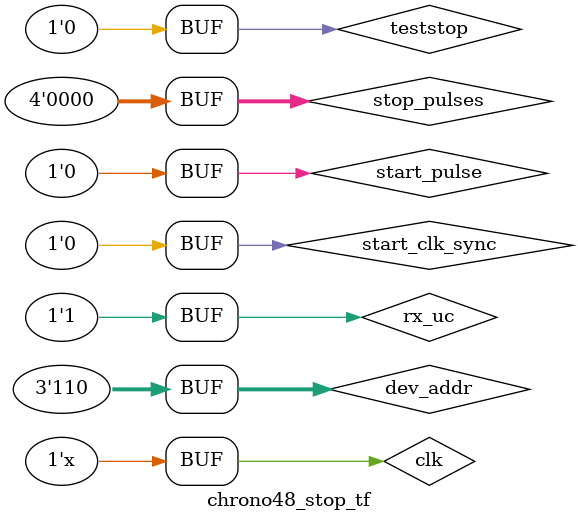
<source format=v>

`timescale 1ns / 1ns

module chrono48_stop_tf();

// Inputs
   reg [2:0] dev_addr;
   reg rx_uc;
   reg clk;
   reg [3:0] stop_pulses;
   reg start_clk_sync;
   reg teststop;

// Output
   wire cmd_rst_dac;
   wire cmd_inc_dac;
   wire cmd_reset;
   wire cmd_dev_sel;
   wire cmd_rst_test;
   wire DACout;
   wire tx_uc;

// Bidirs

// Instantiate the UUT
   chrono48_stop3 UUT (
		.cmd_rst_dac(cmd_rst_dac), 
		.cmd_inc_dac(cmd_inc_dac), 
		.cmd_reset(cmd_reset), 
		.dev_addr(dev_addr), 
		.cmd_dev_sel(cmd_dev_sel), 
		.cmd_rst_test(cmd_rst_test), 
		.DACout(DACout), 
		.rx_uc(rx_uc), 
		.tx_uc(tx_uc), 
		.clk(clk), 
		.stop_pulses(stop_pulses), 
		.start_clk_sync(start_clk_sync), 
		.teststop(teststop)
   );
// Initialize Inputs
       initial begin
		start_pulse = 0;
		clk = 0;
		dev_addr = 3'b110;
		rx_uc = 0;
		teststop = 0;
		#35 start_clk_sync = 1;
		#12 stop_pulses = 4'b1111;
		#100 start_clk_sync = 0;
		stop_pulses = 4'b0000;



			#(52083*12) rx_uc =1;//idle

			//cmd_reset
			#(52083*2) rx_uc =0;//start
			#(52083*2) rx_uc =1;
			#(52083*2) rx_uc =0;
			#(52083*2) rx_uc =0;
			#(52083*2) rx_uc =0;
			#(52083*2) rx_uc =0;
			#(52083*2) rx_uc =0;
			#(52083*2) rx_uc =1;
			#(52083*2) rx_uc =0;
			#(52083*2) rx_uc =1;//stop
			#((52083*2)*2) rx_uc =1;//idle
			//cmd_rst_dac
			#(52083*2) rx_uc =0;//start
			#(52083*2) rx_uc =0;
			#(52083*2) rx_uc =1;
			#(52083*2) rx_uc =0;
			#(52083*2) rx_uc =0;
			#(52083*2) rx_uc =0;
			#(52083*2) rx_uc =0;
			#(52083*2) rx_uc =1;
			#(52083*2) rx_uc =0;
			#(52083*2) rx_uc =1;//stop
			#((52083*2)*2) rx_uc =1;//idle
			//cmd_inc_dac
			#(52083*2) rx_uc =0;//start
			#(52083*2) rx_uc =1;
			#(52083*2) rx_uc =1;
			#(52083*2) rx_uc =0;
			#(52083*2) rx_uc =0;
			#(52083*2) rx_uc =0;
			#(52083*2) rx_uc =0;
			#(52083*2) rx_uc =1;
			#(52083*2) rx_uc =0;
			#(52083*2) rx_uc =1;//stop
			#((52083*2)*2) rx_uc =1;//idle
			
			//cmd_rst_test
			#(52083*2) rx_uc =0;//start
			#(52083*2) rx_uc =1;
			#(52083*2) rx_uc =0;
			#(52083*2) rx_uc =1;
			#(52083*2) rx_uc =0;
			#(52083*2) rx_uc =0;
			#(52083*2) rx_uc =0;
			#(52083*2) rx_uc =1;
			#(52083*2) rx_uc =0;
			#(52083*2) rx_uc =1;//stop
			#((52083*2)*2) rx_uc =1;//idle

			//cmd_startup
			#(52083*2) rx_uc =0;//start
			#(52083*2) rx_uc =0;
			#(52083*2) rx_uc =1;
			#(52083*2) rx_uc =1;
			#(52083*2) rx_uc =0;
			#(52083*2) rx_uc =0;
			#(52083*2) rx_uc =0;
			#(52083*2) rx_uc =1;
			#(52083*2) rx_uc =0;
			#(52083*2) rx_uc =1;//stop
			#((52083*2)*2) rx_uc =1;//idle


			// select dev
			#(52083*2) rx_uc =0;//start

			#(52083*2) rx_uc =0;//d0
			#(52083*2) rx_uc =1;
			#(52083*2) rx_uc =1;
			#(52083*2) rx_uc =0;
			#(52083*2) rx_uc =0;
			#(52083*2) rx_uc =0;
			#(52083*2) rx_uc =1;
			#(52083*2) rx_uc =1;//d7

			#(52083*2) rx_uc =1;//stop
			#((52083*2)*2) rx_uc =1;//idle

			// read

			#(52083*2) rx_uc =0;//start

			#(52083*2) rx_uc =0;//d0
			#(52083*2) rx_uc =0;
			#(52083*2) rx_uc =0;
			#(52083*2) rx_uc =0;
			#(52083*2) rx_uc =0;
			#(52083*2) rx_uc =0;
			#(52083*2) rx_uc =0;
			#(52083*2) rx_uc =1;//d7

			#(52083*2) rx_uc =1;//stop
			#((52083*2)*2) rx_uc =1;//idle
			// read

			#(52083*2) rx_uc =0;//start

			#(52083*2) rx_uc =1;//d0
			#(52083*2) rx_uc =0;
			#(52083*2) rx_uc =0;
			#(52083*2) rx_uc =0;
			#(52083*2) rx_uc =0;
			#(52083*2) rx_uc =0;
			#(52083*2) rx_uc =0;
			#(52083*2) rx_uc =1;//d7

			#(52083*2) rx_uc =1;//stop
			#((52083*2)*2) rx_uc =1;//idle

			// read

			#(52083*2) rx_uc =0;//start

			#(52083*2) rx_uc =0;//d0
			#(52083*2) rx_uc =1;
			#(52083*2) rx_uc =0;
			#(52083*2) rx_uc =0;
			#(52083*2) rx_uc =0;
			#(52083*2) rx_uc =0;
			#(52083*2) rx_uc =0;
			#(52083*2) rx_uc =1;//d7

			#(52083*2) rx_uc =1;//stop
			#((52083*2)*2) rx_uc =1;//idle


			// read

			#(52083*2) rx_uc =0;//start

			#(52083*2) rx_uc =1;//d0
			#(52083*2) rx_uc =1;
			#(52083*2) rx_uc =0;
			#(52083*2) rx_uc =0;
			#(52083*2) rx_uc =0;
			#(52083*2) rx_uc =0;
			#(52083*2) rx_uc =0;
			#(52083*2) rx_uc =1;//d7

			#(52083*2) rx_uc =1;//stop
			#((52083*2)*2) rx_uc =1;//idle


			// read

			#(52083*2) rx_uc =0;//start

			#(52083*2) rx_uc =0;//d0
			#(52083*2) rx_uc =0;
			#(52083*2) rx_uc =1;
			#(52083*2) rx_uc =0;
			#(52083*2) rx_uc =0;
			#(52083*2) rx_uc =0;
			#(52083*2) rx_uc =0;
			#(52083*2) rx_uc =1;//d7

			#(52083*2) rx_uc =1;//stop
			#((52083*2)*2) rx_uc =1;//idle
        end

always 
#20 clk = ~clk;

endmodule

</source>
